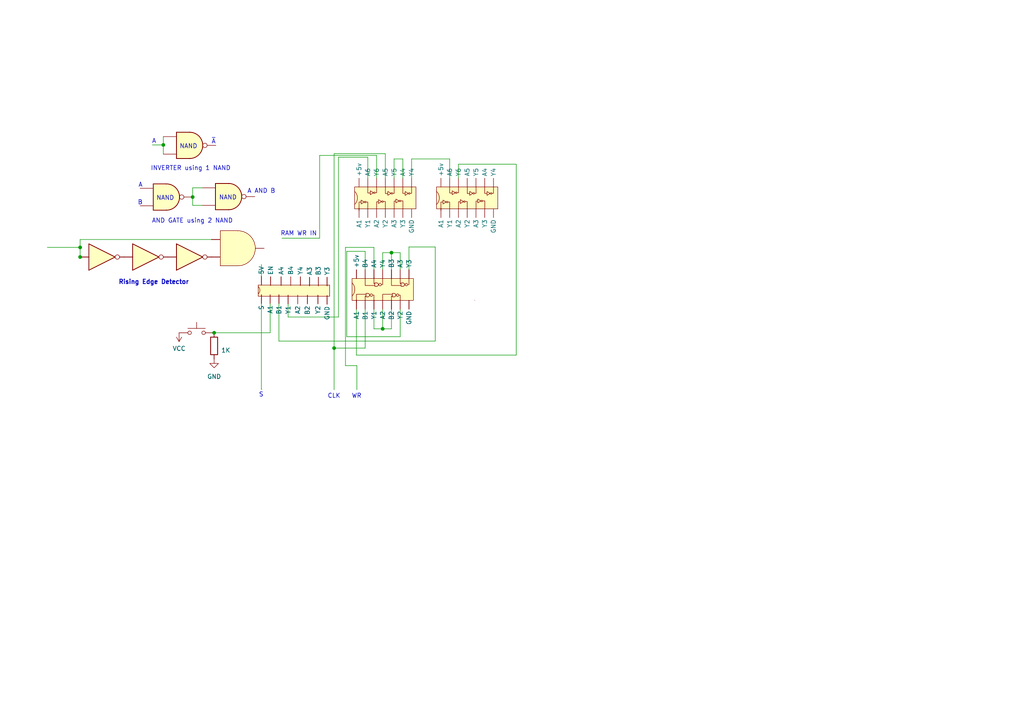
<source format=kicad_sch>
(kicad_sch (version 20211123) (generator eeschema)
  (paper "A4")
  (lib_symbols
    (symbol "4xxx:4011" (pin_numbers hide) (pin_names (offset 1.016) hide)
      (property "Reference" "U" (at 0 1.27 0))
      (property "Value" "4011" (at 0 -1.27 0))
      (symbol "4011_1_1"
        (arc (start 0 -3.81) (mid 3.81 0) (end 0 3.81) (stroke (width 0.254)) (fill (type background)))
        (polyline (pts (xy 0 3.81) (xy -3.81 3.81) (xy -3.81 -3.81) (xy 0 -3.81)) (stroke (width 0.254)) (fill (type background)))
        (pin input line (at -7.62 2.54 0) (length 3.81) (name "~") (number "1"))
        (pin input line (at -7.62 -2.54 0) (length 3.81) (name "~") (number "2"))
        (pin output inverted (at 7.62 0 180) (length 3.81) (name "~") (number "3"))
      )
      (symbol "4011_1_2"
        (arc (start -3.81 -3.81) (mid -2.589 0) (end -3.81 3.81) (stroke (width 0.254)))
        (arc (start -0.6096 -3.81) (mid 2.1842 -2.5851) (end 3.81 0) (stroke (width 0.254)) (fill (type background)))
        (polyline (pts (xy -3.81 -3.81) (xy -0.635 -3.81)) (stroke (width 0.254)) (fill (type background)))
        (polyline (pts (xy -3.81 3.81) (xy -0.635 3.81)) (stroke (width 0.254)) (fill (type background)))
        (polyline (pts (xy -0.635 3.81) (xy -3.81 3.81) (xy -3.81 3.81) (xy -3.556 3.4036) (xy -3.0226 2.2606) (xy -2.6924 1.0414) (xy -2.6162 -0.254) (xy -2.7686 -1.4986) (xy -3.175 -2.7178) (xy -3.81 -3.81) (xy -3.81 -3.81) (xy -0.635 -3.81)) (stroke (width -25.4)) (fill (type background)))
        (arc (start 3.81 0) (mid 2.1915 2.5936) (end -0.6096 3.81) (stroke (width 0.254)) (fill (type background)))
        (pin input inverted (at -7.62 2.54 0) (length 4.318) (name "~") (number "1"))
        (pin input inverted (at -7.62 -2.54 0) (length 4.318) (name "~") (number "2"))
        (pin output line (at 7.62 0 180) (length 3.81) (name "~") (number "3"))
      )
      (symbol "4011_2_1"
        (arc (start 0 -3.81) (mid 3.81 0) (end 0 3.81) (stroke (width 0.254)) (fill (type background)))
        (polyline (pts (xy 0 3.81) (xy -3.81 3.81) (xy -3.81 -3.81) (xy 0 -3.81)) (stroke (width 0.254)) (fill (type background)))
        (pin output inverted (at 7.62 0 180) (length 3.81) (name "~") (number "4"))
        (pin input line (at -7.62 2.54 0) (length 3.81) (name "~") (number "5"))
        (pin input line (at -7.62 -2.54 0) (length 3.81) (name "~") (number "6"))
      )
      (symbol "4011_2_2"
        (arc (start -3.81 -3.81) (mid -2.589 0) (end -3.81 3.81) (stroke (width 0.254)))
        (arc (start -0.6096 -3.81) (mid 2.1842 -2.5851) (end 3.81 0) (stroke (width 0.254)) (fill (type background)))
        (polyline (pts (xy -3.81 -3.81) (xy -0.635 -3.81)) (stroke (width 0.254)) (fill (type background)))
        (polyline (pts (xy -3.81 3.81) (xy -0.635 3.81)) (stroke (width 0.254)) (fill (type background)))
        (polyline (pts (xy -0.635 3.81) (xy -3.81 3.81) (xy -3.81 3.81) (xy -3.556 3.4036) (xy -3.0226 2.2606) (xy -2.6924 1.0414) (xy -2.6162 -0.254) (xy -2.7686 -1.4986) (xy -3.175 -2.7178) (xy -3.81 -3.81) (xy -3.81 -3.81) (xy -0.635 -3.81)) (stroke (width -25.4)) (fill (type background)))
        (arc (start 3.81 0) (mid 2.1915 2.5936) (end -0.6096 3.81) (stroke (width 0.254)) (fill (type background)))
        (pin output line (at 7.62 0 180) (length 3.81) (name "~") (number "4"))
        (pin input inverted (at -7.62 2.54 0) (length 4.318) (name "~") (number "5"))
        (pin input inverted (at -7.62 -2.54 0) (length 4.318) (name "~") (number "6"))
      )
      (symbol "4011_3_1"
        (arc (start 0 -3.81) (mid 3.81 0) (end 0 3.81) (stroke (width 0.254)) (fill (type background)))
        (polyline (pts (xy 0 3.81) (xy -3.81 3.81) (xy -3.81 -3.81) (xy 0 -3.81)) (stroke (width 0.254)) (fill (type background)))
        (pin output inverted (at 7.62 0 180) (length 3.81) (name "~") (number "10"))
        (pin input line (at -7.62 2.54 0) (length 3.81) (name "~") (number "8"))
        (pin input line (at -7.62 -2.54 0) (length 3.81) (name "~") (number "9"))
      )
      (symbol "4011_3_2"
        (arc (start -3.81 -3.81) (mid -2.589 0) (end -3.81 3.81) (stroke (width 0.254)))
        (arc (start -0.6096 -3.81) (mid 2.1842 -2.5851) (end 3.81 0) (stroke (width 0.254)) (fill (type background)))
        (polyline (pts (xy -3.81 -3.81) (xy -0.635 -3.81)) (stroke (width 0.254)) (fill (type background)))
        (polyline (pts (xy -3.81 3.81) (xy -0.635 3.81)) (stroke (width 0.254)) (fill (type background)))
        (polyline (pts (xy -0.635 3.81) (xy -3.81 3.81) (xy -3.81 3.81) (xy -3.556 3.4036) (xy -3.0226 2.2606) (xy -2.6924 1.0414) (xy -2.6162 -0.254) (xy -2.7686 -1.4986) (xy -3.175 -2.7178) (xy -3.81 -3.81) (xy -3.81 -3.81) (xy -0.635 -3.81)) (stroke (width -25.4)) (fill (type background)))
        (arc (start 3.81 0) (mid 2.1915 2.5936) (end -0.6096 3.81) (stroke (width 0.254)) (fill (type background)))
        (pin output line (at 7.62 0 180) (length 3.81) (name "~") (number "10"))
        (pin input inverted (at -7.62 2.54 0) (length 4.318) (name "~") (number "8"))
        (pin input inverted (at -7.62 -2.54 0) (length 4.318) (name "~") (number "9"))
      )
      (symbol "4011_4_1"
        (arc (start 0 -3.81) (mid 3.81 0) (end 0 3.81) (stroke (width 0.254)) (fill (type background)))
        (polyline (pts (xy 0 3.81) (xy -3.81 3.81) (xy -3.81 -3.81) (xy 0 -3.81)) (stroke (width 0.254)) (fill (type background)))
        (pin output inverted (at 7.62 0 180) (length 3.81) (name "~") (number "11"))
        (pin input line (at -7.62 2.54 0) (length 3.81) (name "~") (number "12"))
        (pin input line (at -7.62 -2.54 0) (length 3.81) (name "~") (number "13"))
      )
      (symbol "4011_4_2"
        (arc (start -3.81 -3.81) (mid -2.589 0) (end -3.81 3.81) (stroke (width 0.254)))
        (arc (start -0.6096 -3.81) (mid 2.1842 -2.5851) (end 3.81 0) (stroke (width 0.254)) (fill (type background)))
        (polyline (pts (xy -3.81 -3.81) (xy -0.635 -3.81)) (stroke (width 0.254)) (fill (type background)))
        (polyline (pts (xy -3.81 3.81) (xy -0.635 3.81)) (stroke (width 0.254)) (fill (type background)))
        (polyline (pts (xy -0.635 3.81) (xy -3.81 3.81) (xy -3.81 3.81) (xy -3.556 3.4036) (xy -3.0226 2.2606) (xy -2.6924 1.0414) (xy -2.6162 -0.254) (xy -2.7686 -1.4986) (xy -3.175 -2.7178) (xy -3.81 -3.81) (xy -3.81 -3.81) (xy -0.635 -3.81)) (stroke (width -25.4)) (fill (type background)))
        (arc (start 3.81 0) (mid 2.1915 2.5936) (end -0.6096 3.81) (stroke (width 0.254)) (fill (type background)))
        (pin output line (at 7.62 0 180) (length 3.81) (name "~") (number "11"))
        (pin input inverted (at -7.62 2.54 0) (length 4.318) (name "~") (number "12"))
        (pin input inverted (at -7.62 -2.54 0) (length 4.318) (name "~") (number "13"))
      )
      (symbol "4011_5_0"
        (pin power_in line (at 0 12.7 270) (length 5.08) (name "VDD") (number "14"))
        (pin power_in line (at 0 -12.7 90) (length 5.08) (name "VSS") (number "7"))
      )
      (symbol "4011_5_1"
        (rectangle (start -5.08 7.62) (end 5.08 -7.62) (stroke (width 0.254)) (fill (type background)))
      )
    )
    (symbol "74xGxx:74LVC1GU04DRL" (pin_numbers hide)
      (property "Reference" "U?" (at 15.367 4.699 0))
      (property "Value" "74LVC1GU04DRL" (at 15.367 2.159 0))
      (symbol "74LVC1GU04DRL_0_1"
        (rectangle (start -2.54 3.81) (end -2.54 -3.81) (stroke (width 0.254)) (fill (type background)))
        (polyline (pts (xy -2.54 -3.81) (xy 5.08 0) (xy -2.54 3.81)) (stroke (width 0.254)) (fill (type background)))
        (circle (center 5.715 0) (radius 0.635))
      )
      (symbol "74LVC1GU04DRL_1_1"
        (pin no_connect line (at 5.08 0 180) (length 2.54) hide (name "NC") (number "1"))
        (pin input line (at -5.08 0 0) (length 2.54) (name "~") (number "2"))
        (pin output line (at 7.62 0 180) (length 1.27) (name "~") (number "4"))
      )
    )
    (symbol "Device:R" (pin_numbers hide) (pin_names (offset 0))
      (property "Reference" "R" (at 2.032 0 90))
      (property "Value" "R" (at 0 0 90))
      (symbol "R_0_1"
        (rectangle (start -1.016 -2.54) (end 1.016 2.54) (stroke (width 0.254)))
      )
      (symbol "R_1_1"
        (pin passive line (at 0 3.81 270) (length 1.27) (name "~") (number "1"))
        (pin passive line (at 0 -3.81 90) (length 1.27) (name "~") (number "2"))
      )
    )
    (symbol "Gosheto:74LS00 (NAND)" (pin_numbers hide)
      (property "Value" "74LS00 (NAND)" (at -10.414 7.62 0))
      (symbol "74LS00 (NAND)_0_1"
        (arc (start -19.05 -6.35) (mid -18.2609 -4.445) (end -19.05 -2.54))
        (rectangle (start -19.05 -1.27) (end -1.27 -7.62) (fill (type background)))
        (arc (start -14.478 -6.604) (mid -14.1188 -6.4552) (end -13.97 -6.096))
        (arc (start -13.97 -6.096) (mid -14.1188 -5.7368) (end -14.478 -5.588))
        (circle (center -13.462 -6.096) (radius 0.3592))
        (arc (start -11.938 -3.556) (mid -11.5788 -3.4072) (end -11.43 -3.048))
        (arc (start -11.43 -3.048) (mid -11.5788 -2.6888) (end -11.938 -2.54))
        (circle (center -10.922 -3.048) (radius 0.3592))
        (arc (start -6.858 -6.604) (mid -6.4988 -6.4552) (end -6.35 -6.096))
        (arc (start -6.35 -6.096) (mid -6.4988 -5.7368) (end -6.858 -5.588))
        (circle (center -5.842 -6.096) (radius 0.3592))
        (arc (start -4.318 -3.556) (mid -3.9588 -3.4072) (end -3.81 -3.048))
        (arc (start -3.81 -3.048) (mid -3.9588 -2.6888) (end -4.318 -2.54))
        (circle (center -3.302 -3.048) (radius 0.3592))
        (polyline (pts (xy -29.21 -19.05) (xy -29.21 -19.05)))
        (polyline (pts (xy -17.78 -7.366) (xy -17.78 -7.62) (xy -17.78 -8.128)))
        (polyline (pts (xy -15.24 -7.62) (xy -15.24 -6.35) (xy -14.986 -6.35)))
        (polyline (pts (xy -15.24 -1.27) (xy -15.24 -3.302) (xy -12.446 -3.302)))
        (polyline (pts (xy -12.954 -6.096) (xy -12.7 -6.096) (xy -12.7 -7.874)))
        (polyline (pts (xy -12.7 -1.016) (xy -12.7 -2.794) (xy -12.446 -2.794)))
        (polyline (pts (xy -10.16 -7.62) (xy -10.16 -5.842) (xy -7.366 -5.842)))
        (polyline (pts (xy -10.16 -1.27) (xy -10.16 -3.048) (xy -10.414 -3.048)))
        (polyline (pts (xy -7.62 -1.27) (xy -7.62 -3.302) (xy -4.826 -3.302)))
        (polyline (pts (xy -5.334 -6.096) (xy -5.08 -6.096) (xy -5.08 -7.62)))
        (polyline (pts (xy -5.08 -1.27) (xy -5.08 -2.794) (xy -4.826 -2.794)))
        (polyline (pts (xy -2.54 -1.27) (xy -2.54 -3.048) (xy -2.794 -3.048)))
        (polyline (pts (xy -17.78 -7.366) (xy -17.78 -5.842) (xy -14.986 -5.842) (xy -15.24 -5.842)))
        (polyline (pts (xy -14.478 -6.604) (xy -14.986 -6.604) (xy -14.986 -5.588) (xy -14.478 -5.588)))
        (polyline (pts (xy -11.938 -3.556) (xy -12.446 -3.556) (xy -12.446 -2.54) (xy -11.938 -2.54)))
        (polyline (pts (xy -7.62 -7.62) (xy -7.62 -6.35) (xy -7.366 -6.35) (xy -7.366 -6.096)))
        (polyline (pts (xy -6.858 -6.604) (xy -7.366 -6.604) (xy -7.366 -5.588) (xy -6.858 -5.588)))
        (polyline (pts (xy -4.318 -3.556) (xy -4.826 -3.556) (xy -4.826 -2.54) (xy -4.318 -2.54)))
        (rectangle (start 16.51 -7.62) (end 16.51 -7.62))
      )
      (symbol "74LS00 (NAND)_1_1"
        (pin input line (at -17.78 -7.62 270) (length 2.54) (name "A1") (number "1"))
        (pin input line (at -7.62 -1.27 90) (length 2.54) (name "B3") (number "10"))
        (pin output line (at -10.16 -1.27 90) (length 2.54) (name "Y4") (number "11"))
        (pin input line (at -12.7 -1.27 90) (length 2.54) (name "A4") (number "12"))
        (pin input line (at -15.24 -1.27 90) (length 2.54) (name "B4") (number "13"))
        (pin input line (at -17.78 -1.27 90) (length 2.54) (name "+5v") (number "14"))
        (pin input line (at -15.24 -7.62 270) (length 2.54) (name "B1") (number "2"))
        (pin output line (at -12.7 -7.62 270) (length 2.54) (name "Y1") (number "3"))
        (pin input line (at -10.16 -7.62 270) (length 2.54) (name "A2") (number "4"))
        (pin input line (at -7.62 -7.62 270) (length 2.54) (name "B2") (number "5"))
        (pin output line (at -5.08 -7.62 270) (length 2.54) (name "Y2") (number "6"))
        (pin input line (at -2.54 -7.62 270) (length 2.54) (name "GND") (number "7"))
        (pin output line (at -2.54 -1.27 90) (length 2.54) (name "Y3") (number "8"))
        (pin input line (at -5.08 -1.27 90) (length 2.54) (name "A3") (number "9"))
      )
    )
    (symbol "Gosheto:74LS04_(INVERTER)" (pin_numbers hide)
      (property "Reference" "U" (at 0 1.5748 0))
      (property "Value" "74LS04_(INVERTER)" (at 0 -0.0508 0))
      (symbol "74LS04_(INVERTER)_0_1"
        (arc (start -9.0171 -13.081) (mid -8.228 -11.176) (end -9.0171 -9.271))
        (rectangle (start -9.0171 -8.001) (end 8.7629 -14.351) (fill (type background)))
        (circle (center -5.969 -12.3698) (radius 0.2185))
        (circle (center -3.302 -9.6774) (radius 0.2185))
        (circle (center -0.9398 -12.2428) (radius 0.2185))
        (polyline (pts (xy -7.747 -14.3256) (xy -7.747 -12.3698) (xy -7.1882 -12.3698)))
        (polyline (pts (xy -7.7471 -14.097) (xy -7.7471 -14.351) (xy -7.7471 -14.859)))
        (polyline (pts (xy -5.207 -14.3256) (xy -5.207 -12.3698) (xy -5.6896 -12.3698)))
        (polyline (pts (xy -5.207 -7.9756) (xy -5.207 -9.7536) (xy -4.5212 -9.7536)))
        (polyline (pts (xy -2.6416 -14.351) (xy -2.6416 -12.2936) (xy -2.159 -12.2936)))
        (polyline (pts (xy -2.6416 -7.9756) (xy -2.6416 -9.6774) (xy -2.9718 -9.6774)))
        (polyline (pts (xy -0.127 -14.3764) (xy -0.127 -12.2174) (xy -0.6604 -12.2174)))
        (polyline (pts (xy -0.1016 -7.9502) (xy -0.1016 -9.906) (xy 0.5588 -9.906)))
        (polyline (pts (xy 2.4384 -14.3256) (xy 2.4384 -12.0904) (xy 2.8956 -12.0904)))
        (polyline (pts (xy 2.4384 -7.9756) (xy 2.4384 -9.8552) (xy 2.0828 -9.8552)))
        (polyline (pts (xy 4.953 -8.001) (xy 4.953 -9.8806) (xy 5.6134 -9.8806)))
        (polyline (pts (xy 4.9784 -14.351) (xy 4.9784 -12.0396) (xy 4.3942 -12.0396)))
        (polyline (pts (xy 7.493 -7.9756) (xy 7.493 -9.8552) (xy 7.112 -9.8552)))
        (polyline (pts (xy -7.1628 -11.8364) (xy -7.1628 -12.9286) (xy -6.2484 -12.3698) (xy -7.0866 -11.8364) (xy -7.0866 -11.8872)))
        (polyline (pts (xy -4.4958 -9.144) (xy -4.4958 -10.2362) (xy -3.5814 -9.6774) (xy -4.4196 -9.144) (xy -4.4196 -9.1948)))
        (polyline (pts (xy -2.1336 -11.7094) (xy -2.1336 -12.8016) (xy -1.2192 -12.2428) (xy -2.0574 -11.7094) (xy -2.0574 -11.7602)))
        (polyline (pts (xy 0.5842 -9.3218) (xy 0.5842 -10.414) (xy 1.4986 -9.8552) (xy 0.6604 -9.3218) (xy 0.6604 -9.3726)))
        (polyline (pts (xy 2.921 -11.5316) (xy 2.921 -12.6238) (xy 3.8354 -12.065) (xy 2.9972 -11.5316) (xy 2.9972 -11.5824)))
        (polyline (pts (xy 5.6134 -9.3472) (xy 5.6134 -10.4394) (xy 6.5278 -9.8806) (xy 5.6896 -9.3472) (xy 5.6896 -9.398)))
        (circle (center 1.778 -9.8552) (radius 0.2185))
        (circle (center 4.1148 -12.065) (radius 0.2185))
        (circle (center 6.8072 -9.8806) (radius 0.2185))
      )
      (symbol "74LS04_(INVERTER)_1_1"
        (pin input line (at -7.7471 -14.351 270) (length 2.54) (name "A1") (number "1"))
        (pin output line (at 2.4129 -8.001 90) (length 2.54) (name "Y5") (number "10"))
        (pin input line (at -0.1271 -8.001 90) (length 2.54) (name "A5") (number "11"))
        (pin output line (at -2.6671 -8.001 90) (length 2.54) (name "Y6") (number "12"))
        (pin input line (at -5.2071 -8.001 90) (length 2.54) (name "A6") (number "13"))
        (pin input line (at -7.7471 -8.001 90) (length 2.54) (name "+5v") (number "14"))
        (pin output line (at -5.2071 -14.351 270) (length 2.54) (name "Y1") (number "2"))
        (pin input line (at -2.6671 -14.351 270) (length 2.54) (name "A2") (number "3"))
        (pin output line (at -0.1271 -14.351 270) (length 2.54) (name "Y2") (number "4"))
        (pin input line (at 2.4129 -14.351 270) (length 2.54) (name "A3") (number "5"))
        (pin output line (at 4.9529 -14.351 270) (length 2.54) (name "Y3") (number "6"))
        (pin input line (at 7.4929 -14.351 270) (length 2.54) (name "GND") (number "7"))
        (pin output line (at 7.4929 -8.001 90) (length 2.54) (name "Y4") (number "8"))
        (pin input line (at 4.9529 -8.001 90) (length 2.54) (name "A4") (number "9"))
      )
    )
    (symbol "Gosheto:74LS157_(2-1-Line-Mux)" (pin_numbers hide)
      (property "Reference" "U" (at 0 0 0))
      (property "Value" "74LS157_(2-1-Line-Mux)" (at 0 0 0))
      (symbol "74LS157_(2-1-Line-Mux)_0_1"
        (rectangle (start -10.5918 -7.874) (end 10.16 -11.0998) (fill (type background)))
        (arc (start -10.5157 -10.3886) (mid -10.0948 -9.3726) (end -10.5157 -8.3566))
      )
      (symbol "74LS157_(2-1-Line-Mux)_1_1"
        (pin input line (at -9.652 -10.668 270) (length 2.54) (name "S") (number "1"))
        (pin input line (at 6.858 -8.128 90) (length 2.54) (name "B3") (number "10"))
        (pin input line (at 4.318 -8.128 90) (length 2.54) (name "A3") (number "11"))
        (pin output line (at 1.651 -8.001 90) (length 2.54) (name "Y4") (number "12"))
        (pin input line (at -1.143 -8.001 90) (length 2.54) (name "B4") (number "13"))
        (pin input line (at -3.937 -8.001 90) (length 2.54) (name "A4") (number "14"))
        (pin input line (at -6.985 -8.001 90) (length 2.54) (name "EN") (number "15"))
        (pin input line (at -9.652 -7.874 90) (length 2.54) (name "5V") (number "16"))
        (pin input line (at -7.112 -10.668 270) (length 2.54) (name "A1") (number "2"))
        (pin input line (at -4.572 -10.668 270) (length 2.54) (name "B1") (number "3"))
        (pin output line (at -1.905 -10.795 270) (length 2.54) (name "Y1") (number "4"))
        (pin input line (at 0.889 -10.795 270) (length 2.54) (name "A2") (number "5"))
        (pin input line (at 3.683 -10.795 270) (length 2.54) (name "B2") (number "6"))
        (pin input line (at 6.731 -10.795 270) (length 2.54) (name "Y2") (number "7"))
        (pin input line (at 9.398 -10.922 270) (length 2.54) (name "GND") (number "8"))
        (pin output line (at 9.398 -8.128 90) (length 2.54) (name "Y3") (number "9"))
      )
    )
    (symbol "Switch:SW_Push" (pin_numbers hide) (pin_names (offset 1.016) hide)
      (property "Reference" "SW" (at 1.27 2.54 0))
      (property "Value" "SW_Push" (at 0 -1.524 0))
      (symbol "SW_Push_0_1"
        (circle (center -2.032 0) (radius 0.508))
        (polyline (pts (xy 0 1.27) (xy 0 3.048)))
        (polyline (pts (xy 2.54 1.27) (xy -2.54 1.27)))
        (circle (center 2.032 0) (radius 0.508))
        (pin passive line (at -5.08 0 0) (length 2.54) (name "1") (number "1"))
        (pin passive line (at 5.08 0 180) (length 2.54) (name "2") (number "2"))
      )
    )
    (symbol "dk_Logic-Gates-and-Inverters:SN74LVC1G08DBVR" (pin_numbers hide) (pin_names (offset 0.0254) hide)
      (symbol "SN74LVC1G08DBVR_1_1"
        (arc (start 0 -5.08) (mid 5.08 0) (end 0 5.08) (fill (type background)))
        (polyline (pts (xy 0 5.08) (xy -5.08 5.08) (xy -5.08 -5.08) (xy 0 -5.08)) (fill (type background)))
        (pin input line (at -7.62 2.54 0) (length 2.54) (name "A") (number "1"))
        (pin input line (at -7.62 -2.54 0) (length 2.54) (name "B") (number "2"))
        (pin output line (at 7.62 0 180) (length 2.54) (name "Y") (number "4"))
      )
    )
    (symbol "power:GND" (power) (pin_names (offset 0))
      (property "Value" "GND" (at 0 -3.81 0))
      (symbol "GND_0_1"
        (polyline (pts (xy 0 0) (xy 0 -1.27) (xy 1.27 -1.27) (xy 0 -2.54) (xy -1.27 -1.27) (xy 0 -1.27)))
      )
      (symbol "GND_1_1"
        (pin power_in line (at 0 0 270) (length 0) hide (name "GND") (number "1"))
      )
    )
    (symbol "power:VCC" (power) (pin_names (offset 0))
      (property "Value" "VCC" (at 0 3.81 0))
      (symbol "VCC_0_1"
        (polyline (pts (xy -0.762 1.27) (xy 0 2.54)))
        (polyline (pts (xy 0 0) (xy 0 2.54)))
        (polyline (pts (xy 0 2.54) (xy 0.762 1.27)))
      )
      (symbol "VCC_1_1"
        (pin power_in line (at 0 0 90) (length 0) hide (name "VCC") (number "1"))
      )
    )
  )
  (junction (at 55.88 57.15))
  (junction (at 62.103 96.52))
  (junction (at 113.538 73.279))
  (junction (at 96.901 100.965))
  (junction (at 110.998 95.377))
  (junction (at 47.371 42.037))
  (junction (at 23.241 71.755))
  (junction (at 23.241 74.549))
  (wire (pts (xy 75.819 88.011) (xy 75.819 112.903)))
  (wire (pts (xy 149.733 47.625) (xy 149.733 102.997)))
  (wire (pts (xy 126.238 98.933) (xy 80.899 98.933)))
  (wire (pts (xy 108.458 89.662) (xy 108.458 95.377)))
  (wire (pts (xy 106.68 45.593) (xy 106.68 51.689)))
  (wire (pts (xy 96.901 44.577) (xy 111.76 44.577)))
  (wire (pts (xy 118.618 78.232) (xy 118.618 71.628)))
  (wire (pts (xy 105.918 78.232) (xy 105.918 72.898)))
  (wire (pts (xy 116.84 46.101) (xy 116.84 51.689)))
  (wire (pts (xy 55.88 57.15) (xy 55.88 59.563)))
  (wire (pts (xy 23.241 69.469) (xy 23.241 71.755)))
  (wire (pts (xy 23.241 71.755) (xy 23.241 74.549)))
  (wire (pts (xy 80.899 87.884) (xy 80.899 98.933)))
  (wire (pts (xy 47.371 39.624) (xy 47.371 42.037)))
  (wire (pts (xy 108.458 95.377) (xy 110.998 95.377)))
  (wire (pts (xy 113.538 89.662) (xy 113.538 95.377)))
  (wire (pts (xy 13.716 71.755) (xy 23.241 71.755)))
  (wire (pts (xy 149.733 102.997) (xy 103.378 102.997)))
  (wire (pts (xy 75.819 76.708) (xy 75.819 80.137)))
  (wire (pts (xy 62.103 96.52) (xy 78.359 96.52)))
  (wire (pts (xy 55.88 57.15) (xy 55.88 54.483)))
  (wire (pts (xy 100.203 106.045) (xy 103.505 106.045)))
  (wire (pts (xy 75.819 112.903) (xy 75.946 112.903)))
  (wire (pts (xy 105.918 100.965) (xy 96.901 100.965)))
  (wire (pts (xy 114.3 51.689) (xy 114.3 46.101)))
  (wire (pts (xy 23.241 74.549) (xy 23.368 74.549)))
  (wire (pts (xy 100.584 72.898) (xy 100.584 97.663)))
  (wire (pts (xy 78.359 88.011) (xy 78.359 96.52)))
  (wire (pts (xy 83.566 88.138) (xy 83.566 91.948)))
  (wire (pts (xy 108.458 78.232) (xy 108.458 71.755)))
  (wire (pts (xy 110.998 78.232) (xy 110.998 73.279)))
  (wire (pts (xy 44.196 42.037) (xy 47.371 42.037)))
  (wire (pts (xy 116.078 73.279) (xy 113.538 73.279)))
  (wire (pts (xy 116.078 89.535) (xy 116.078 97.663)))
  (wire (pts (xy 98.171 45.593) (xy 106.68 45.593)))
  (wire (pts (xy 105.918 89.662) (xy 105.918 100.965)))
  (wire (pts (xy 103.505 106.045) (xy 103.505 113.03)))
  (wire (pts (xy 132.969 51.689) (xy 132.969 47.625)))
  (wire (pts (xy 119.38 46.101) (xy 130.429 46.101)))
  (wire (pts (xy 61.341 69.469) (xy 23.241 69.469)))
  (wire (pts (xy 92.71 45.085) (xy 92.71 69.088)))
  (wire (pts (xy 132.969 47.625) (xy 149.733 47.625)))
  (wire (pts (xy 111.76 44.577) (xy 111.76 51.689)))
  (wire (pts (xy 110.998 73.279) (xy 113.538 73.279)))
  (wire (pts (xy 96.901 100.965) (xy 96.901 113.03)))
  (wire (pts (xy 130.429 46.101) (xy 130.429 51.689)))
  (wire (pts (xy 98.171 91.948) (xy 98.171 45.593)))
  (wire (pts (xy 103.378 89.662) (xy 103.378 102.997)))
  (wire (pts (xy 96.901 100.965) (xy 96.901 44.577)))
  (wire (pts (xy 118.618 71.628) (xy 126.238 71.628)))
  (wire (pts (xy 83.566 91.948) (xy 98.171 91.948)))
  (wire (pts (xy 105.918 72.898) (xy 100.584 72.898)))
  (wire (pts (xy 100.584 97.663) (xy 116.078 97.663)))
  (wire (pts (xy 55.88 59.563) (xy 58.674 59.563)))
  (wire (pts (xy 110.998 95.377) (xy 113.538 95.377)))
  (wire (pts (xy 55.88 54.483) (xy 58.674 54.483)))
  (wire (pts (xy 119.38 51.689) (xy 119.38 46.101)))
  (wire (pts (xy 113.538 73.279) (xy 113.538 78.232)))
  (wire (pts (xy 110.998 89.662) (xy 110.998 95.377)))
  (wire (pts (xy 100.203 71.755) (xy 100.203 106.045)))
  (wire (pts (xy 126.238 71.628) (xy 126.238 98.933)))
  (wire (pts (xy 109.22 45.085) (xy 92.71 45.085)))
  (wire (pts (xy 114.3 46.101) (xy 116.84 46.101)))
  (wire (pts (xy 109.22 51.689) (xy 109.22 45.085)))
  (wire (pts (xy 47.371 42.037) (xy 47.371 44.704)))
  (wire (pts (xy 81.788 69.088) (xy 92.71 69.088)))
  (wire (pts (xy 108.458 71.755) (xy 100.203 71.755)))
  (wire (pts (xy 116.078 78.232) (xy 116.078 73.279)))
  (text "A" (at 45.339 41.783 180) (effects (font (size 1.27 1.27)) (justify right bottom)))
  (text "~{A}" (at 62.611 41.91 180) (effects (font (size 1.27 1.27)) (justify right bottom)))
  (text "Rising Edge Detector" (at 54.864 82.677 180) (effects (font (size 1.27 1.27) bold) (justify right bottom)))
  (text "RAM WR IN\n" (at 91.948 68.58 180) (effects (font (size 1.27 1.27)) (justify right bottom)))
  (text "INVERTER using 1 NAND" (at 66.929 49.657 180) (effects (font (size 1.27 1.27)) (justify right bottom)))
  (text "B" (at 41.402 59.563 180) (effects (font (size 1.27 1.27)) (justify right bottom)))
  (text "NAND" (at 57.277 43.307 180) (effects (font (size 1.27 1.27)) (justify right bottom)))
  (text "NAND" (at 50.546 58.293 180) (effects (font (size 1.27 1.27)) (justify right bottom)))
  (text "A" (at 41.402 54.483 180) (effects (font (size 1.27 1.27)) (justify right bottom)))
  (text "AND GATE using 2 NAND" (at 67.564 64.897 180) (effects (font (size 1.27 1.27)) (justify right bottom)))
  (text "A AND B" (at 79.883 56.261 180) (effects (font (size 1.27 1.27)) (justify right bottom)))
  (text "S" (at 75.057 115.316 0) (effects (font (size 1.27 1.27)) (justify left bottom)))
  (text "WR" (at 101.981 115.697 0) (effects (font (size 1.27 1.27)) (justify left bottom)))
  (text "NAND" (at 68.707 58.166 180) (effects (font (size 1.27 1.27)) (justify right bottom)))
  (text "CLK\n" (at 94.996 115.697 0) (effects (font (size 1.27 1.27)) (justify left bottom)))
  (symbol (lib_id "4xxx:4011") (at 66.294 57.023 0) (unit 1)
    (property "Reference" "U?" (effects hide))
    (property "Value" "4011" (effects hide))
    (property "Datasheet" "http://www.intersil.com/content/dam/Intersil/documents/cd40/cd4011bms-12bms-23bms.pdf" (effects hide))
  )
  (symbol (lib_id "dk_Logic-Gates-and-Inverters:SN74LVC1G08DBVR") (at 68.961 72.009 0) (unit 1)
    (property "Reference" "U?" (effects hide))
    (property "Value" "SN74LVC1G08DBVR" (effects hide))
    (property "Footprint" "digikey-footprints:SOT-753" (effects hide))
    (property "Datasheet" "http://www.ti.com/general/docs/suppproductinfo.tsp?distId=10&gotoUrl=http%3A%2F%2Fwww.ti.com%2Flit%2Fgpn%2Fsn74lvc1g08" (effects hide))
    (property "Digi-Key_PN" "296-11601-1-ND" (effects hide))
    (property "MPN" "SN74LVC1G08DBVR" (effects hide))
    (property "Category" "Integrated Circuits (ICs)" (effects hide))
    (property "Family" "Logic - Gates and Inverters" (effects hide))
    (property "DK_Datasheet_Link" "http://www.ti.com/general/docs/suppproductinfo.tsp?distId=10&gotoUrl=http%3A%2F%2Fwww.ti.com%2Flit%2Fgpn%2Fsn74lvc1g08" (effects hide))
    (property "DK_Detail_Page" "/product-detail/en/texas-instruments/SN74LVC1G08DBVR/296-11601-1-ND/385740" (effects hide))
    (property "Description" "IC GATE AND 1CH 2-INP SOT23-5" (effects hide))
    (property "Manufacturer" "Texas Instruments" (effects hide))
    (property "Status" "Active" (effects hide))
  )
  (symbol (lib_id "74xGxx:74LVC1GU04DRL") (at 41.021 74.549 0) (unit 1)
    (property "Reference" "U?" (effects hide))
    (property "Value" "74LVC1GU04DRL" (effects hide))
    (property "Footprint" "Package_TO_SOT_SMD:SOT-553" (effects hide))
    (property "Datasheet" "http://www.ti.com/lit/ds/symlink/sn74lvc1gu04.pdf" (effects hide))
  )
  (symbol (lib_id "Gosheto:74LS00 (NAND)") (at 121.158 79.502 0) (unit 1)
    (property "Reference" "U?" (effects hide))
    (property "Value" "74LS00 (NAND)" (effects hide))
  )
  (symbol (lib_id "power:GND") (at 62.103 104.14 0) (unit 1)
    (property "Reference" "#PWR?" (effects hide))
    (property "Value" "GND" (at 62.103 109.22 0))
  )
  (symbol (lib_id "Gosheto:74LS157_(2-1-Line-Mux)") (at 85.471 74.803 0) (unit 1)
    (property "Reference" "U?" (effects hide))
    (property "Value" "74LS157_(2-1-Line-Mux)" (effects hide))
  )
  (symbol (lib_id "Device:R") (at 62.103 100.33 0) (unit 1)
    (property "Reference" "R?" (effects hide))
    (property "Value" "1K" (at 64.135 101.5999 0) (effects (justify left)))
  )
  (symbol (lib_id "Gosheto:74LS04_(INVERTER)") (at 135.6361 46.228 0) (unit 1)
    (property "Reference" "U?" (effects hide))
    (property "Value" "74LS04_(INVERTER)" (effects hide))
  )
  (symbol (lib_id "74xGxx:74LVC1GU04DRL") (at 53.721 74.549 0) (unit 1)
    (property "Reference" "U?" (effects hide))
    (property "Value" "74LVC1GU04DRL" (effects hide))
    (property "Footprint" "Package_TO_SOT_SMD:SOT-553" (effects hide))
    (property "Datasheet" "http://www.ti.com/lit/ds/symlink/sn74lvc1gu04.pdf" (effects hide))
  )
  (symbol (lib_id "74xGxx:74LVC1GU04DRL") (at 28.321 74.549 0) (unit 1)
    (property "Reference" "U?" (effects hide))
    (property "Value" "74LVC1GU04DRL" (effects hide))
    (property "Footprint" "Package_TO_SOT_SMD:SOT-553" (effects hide))
    (property "Datasheet" "http://www.ti.com/lit/ds/symlink/sn74lvc1gu04.pdf" (effects hide))
  )
  (symbol (lib_id "Switch:SW_Push") (at 57.023 96.52 0) (unit 1)
    (property "Reference" "SW?" (effects hide))
    (property "Value" "SW_Push" (effects hide))
  )
  (symbol (lib_id "4xxx:4011") (at 48.26 57.15 0) (unit 1)
    (property "Reference" "U?" (effects hide))
    (property "Value" "4011" (effects hide))
    (property "Datasheet" "http://www.intersil.com/content/dam/Intersil/documents/cd40/cd4011bms-12bms-23bms.pdf" (effects hide))
  )
  (symbol (lib_id "power:VCC") (at 51.943 96.52 180) (unit 1)
    (property "Reference" "#PWR?" (effects hide))
    (property "Value" "VCC" (at 51.943 101.092 0))
  )
  (symbol (lib_id "4xxx:4011") (at 54.991 42.164 0) (unit 1)
    (property "Reference" "U?" (effects hide))
    (property "Value" "4011" (effects hide))
    (property "Datasheet" "http://www.intersil.com/content/dam/Intersil/documents/cd40/cd4011bms-12bms-23bms.pdf" (effects hide))
  )
  (symbol (lib_id "Gosheto:74LS04_(INVERTER)") (at 111.8871 46.228 0) (unit 1)
    (property "Reference" "U?" (effects hide))
    (property "Value" "74LS04_(INVERTER)" (effects hide))
  )
)
</source>
